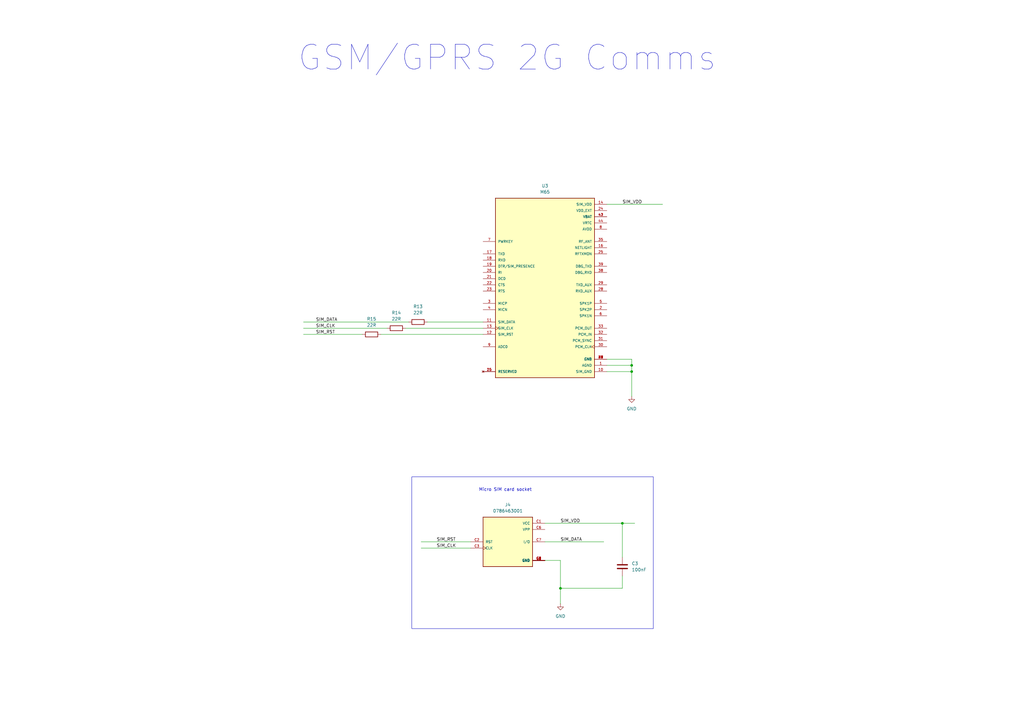
<source format=kicad_sch>
(kicad_sch (version 20250114) (generator "eeschema") (generator_version "9.0")
  (paper "A3")
  (lib_symbols
    (symbol "0786463001:0786463001" (pin_names (offset 1.016))
      (property "Reference" "J" (at -10.16 10.922 0))
      (property "Value" "0786463001" (at -10.16 -12.7 0))
      (symbol "0786463001_0_0"
        (rectangle (start -10.16 -10.16) (end 10.16 10.16) (stroke (width 0.254)) (fill (type background)))
        (pin input line (at -15.24 0 0) (length 5.08) (name "RST") (number "C2"))
        (pin input clock (at -15.24 -2.54 0) (length 5.08) (name "CLK") (number "C3"))
        (pin power_in line (at 15.24 7.62 180) (length 5.08) (name "VCC") (number "C1"))
        (pin power_in line (at 15.24 5.08 180) (length 5.08) (name "VPP") (number "C6"))
        (pin bidirectional line (at 15.24 0 180) (length 5.08) (name "I/O") (number "C7"))
        (pin power_in line (at 15.24 -7.62 180) (length 5.08) (name "GND") (number "C5"))
        (pin power_in line (at 15.24 -7.62 180) (length 5.08) (name "GND") (number "G1"))
        (pin power_in line (at 15.24 -7.62 180) (length 5.08) (name "GND") (number "G2"))
        (pin power_in line (at 15.24 -7.62 180) (length 5.08) (name "GND") (number "G3"))
        (pin power_in line (at 15.24 -7.62 180) (length 5.08) (name "GND") (number "G4"))
        (pin power_in line (at 15.24 -7.62 180) (length 5.08) (name "GND") (number "G5"))
        (pin power_in line (at 15.24 -7.62 180) (length 5.08) (name "GND") (number "G6"))
      )
    )
    (symbol "Device:C" (pin_numbers (hide yes)) (pin_names (offset 0.254))
      (property "Reference" "C" (at 0.635 2.54 0))
      (property "Value" "C" (at 0.635 -2.54 0))
      (symbol "C_0_1"
        (polyline (pts (xy -2.032 0.762) (xy 2.032 0.762)) (stroke (width 0.508)))
        (polyline (pts (xy -2.032 -0.762) (xy 2.032 -0.762)) (stroke (width 0.508)))
      )
      (symbol "C_1_1"
        (pin passive line (at 0 3.81 270) (length 2.794) (name "~") (number "1"))
        (pin passive line (at 0 -3.81 90) (length 2.794) (name "~") (number "2"))
      )
    )
    (symbol "Device:R" (pin_numbers (hide yes)) (pin_names (offset 0))
      (property "Reference" "R" (at 2.032 0 90))
      (property "Value" "R" (at 0 0 90))
      (symbol "R_0_1"
        (rectangle (start -1.016 -2.54) (end 1.016 2.54) (stroke (width 0.254)))
      )
      (symbol "R_1_1"
        (pin passive line (at 0 3.81 270) (length 1.27) (name "~") (number "1"))
        (pin passive line (at 0 -3.81 90) (length 1.27) (name "~") (number "2"))
      )
    )
    (symbol "M65:M65" (pin_names (offset 1.016))
      (property "Reference" "U" (at -20.32 40.64 0))
      (property "Value" "M65" (at -20.32 -38.1 0))
      (symbol "M65_0_0"
        (rectangle (start -20.32 -35.56) (end 20.32 38.1) (stroke (width 0.254)) (fill (type background)))
        (pin input line (at -25.4 20.32 0) (length 5.08) (name "PWRKEY") (number "7"))
        (pin output line (at -25.4 15.24 0) (length 5.08) (name "TXD") (number "17"))
        (pin input line (at -25.4 12.7 0) (length 5.08) (name "RXD") (number "18"))
        (pin input line (at -25.4 10.16 0) (length 5.08) (name "DTR/SIM_PRESENCE") (number "19"))
        (pin output line (at -25.4 7.62 0) (length 5.08) (name "RI") (number "20"))
        (pin output line (at -25.4 5.08 0) (length 5.08) (name "DCD") (number "21"))
        (pin output line (at -25.4 2.54 0) (length 5.08) (name "CTS") (number "22"))
        (pin input line (at -25.4 0 0) (length 5.08) (name "RTS") (number "23"))
        (pin input line (at -25.4 -5.08 0) (length 5.08) (name "MICP") (number "3"))
        (pin input line (at -25.4 -7.62 0) (length 5.08) (name "MICN") (number "4"))
        (pin bidirectional line (at -25.4 -12.7 0) (length 5.08) (name "SIM_DATA") (number "11"))
        (pin output clock (at -25.4 -15.24 0) (length 5.08) (name "SIM_CLK") (number "13"))
        (pin output line (at -25.4 -17.78 0) (length 5.08) (name "SIM_RST") (number "12"))
        (pin input line (at -25.4 -22.86 0) (length 5.08) (name "ADC0") (number "9"))
        (pin no_connect line (at -25.4 -33.02 0) (length 5.08) (name "RESERVED") (number "15"))
        (pin no_connect line (at -25.4 -33.02 0) (length 5.08) (name "RESERVED") (number "26"))
        (pin power_in line (at 25.4 35.56 180) (length 5.08) (name "SIM_VDD") (number "14"))
        (pin power_in line (at 25.4 33.02 180) (length 5.08) (name "VDD_EXT") (number "24"))
        (pin power_in line (at 25.4 30.48 180) (length 5.08) (name "VBAT") (number "42"))
        (pin power_in line (at 25.4 30.48 180) (length 5.08) (name "VBAT") (number "43"))
        (pin power_in line (at 25.4 27.94 180) (length 5.08) (name "VRTC") (number "44"))
        (pin power_in line (at 25.4 25.4 180) (length 5.08) (name "AVDD") (number "8"))
        (pin bidirectional line (at 25.4 20.32 180) (length 5.08) (name "RF_ANT") (number "35"))
        (pin output line (at 25.4 17.78 180) (length 5.08) (name "NETLIGHT") (number "16"))
        (pin output line (at 25.4 15.24 180) (length 5.08) (name "RFTXMON") (number "25"))
        (pin output line (at 25.4 10.16 180) (length 5.08) (name "DBG_TXD") (number "39"))
        (pin input line (at 25.4 7.62 180) (length 5.08) (name "DBG_RXD") (number "38"))
        (pin output line (at 25.4 2.54 180) (length 5.08) (name "TXD_AUX") (number "29"))
        (pin input line (at 25.4 0 180) (length 5.08) (name "RXD_AUX") (number "28"))
        (pin output line (at 25.4 -5.08 180) (length 5.08) (name "SPK1P") (number "5"))
        (pin output line (at 25.4 -7.62 180) (length 5.08) (name "SPK2P") (number "2"))
        (pin output line (at 25.4 -10.16 180) (length 5.08) (name "SPK1N") (number "6"))
        (pin output line (at 25.4 -15.24 180) (length 5.08) (name "PCM_OUT") (number "33"))
        (pin input line (at 25.4 -17.78 180) (length 5.08) (name "PCM_IN") (number "32"))
        (pin output line (at 25.4 -20.32 180) (length 5.08) (name "PCM_SYNC") (number "31"))
        (pin output clock (at 25.4 -22.86 180) (length 5.08) (name "PCM_CLK") (number "30"))
        (pin power_in line (at 25.4 -27.94 180) (length 5.08) (name "GND") (number "27"))
        (pin power_in line (at 25.4 -27.94 180) (length 5.08) (name "GND") (number "34"))
        (pin power_in line (at 25.4 -27.94 180) (length 5.08) (name "GND") (number "36"))
        (pin power_in line (at 25.4 -27.94 180) (length 5.08) (name "GND") (number "37"))
        (pin power_in line (at 25.4 -27.94 180) (length 5.08) (name "GND") (number "40"))
        (pin power_in line (at 25.4 -27.94 180) (length 5.08) (name "GND") (number "41"))
        (pin power_in line (at 25.4 -30.48 180) (length 5.08) (name "AGND") (number "1"))
        (pin power_in line (at 25.4 -33.02 180) (length 5.08) (name "SIM_GND") (number "10"))
      )
    )
    (symbol "power:GND" (power) (pin_numbers (hide yes)) (pin_names (offset 0) (hide yes))
      (property "Value" "GND" (at 0 -3.81 0))
      (symbol "GND_0_1"
        (polyline (pts (xy 0 0) (xy 0 -1.27) (xy 1.27 -1.27) (xy 0 -2.54) (xy -1.27 -1.27) (xy 0 -1.27)))
      )
      (symbol "GND_1_1"
        (pin power_in line (at 0 0 270) (length 0) (name "~") (number "1"))
      )
    )
  )
  (rectangle (start 168.91 195.58) (end 267.97 257.81))
  (text "Micro SIM card socket" (at 207.264 200.914 0) (effects (font (size 1.27 1.27))))
  (text "GSM/GPRS 2G Comms" (at 208.026 23.876 0) (effects (font (size 10.16 10.16))))
  (junction (at 259.08 149.86))
  (junction (at 229.87 241.3))
  (junction (at 259.08 152.4))
  (junction (at 255.27 214.63))
  (wire (pts (xy 229.87 241.3) (xy 229.87 247.65)))
  (wire (pts (xy 255.27 236.22) (xy 255.27 241.3)))
  (wire (pts (xy 248.92 147.32) (xy 259.08 147.32)))
  (wire (pts (xy 223.52 214.63) (xy 255.27 214.63)))
  (wire (pts (xy 248.92 83.82) (xy 271.78 83.82)))
  (wire (pts (xy 248.92 149.86) (xy 259.08 149.86)))
  (wire (pts (xy 156.21 137.16) (xy 198.12 137.16)))
  (wire (pts (xy 255.27 214.63) (xy 255.27 228.6)))
  (wire (pts (xy 223.52 229.87) (xy 229.87 229.87)))
  (wire (pts (xy 124.46 134.62) (xy 158.75 134.62)))
  (wire (pts (xy 259.08 152.4) (xy 259.08 162.56)))
  (wire (pts (xy 223.52 222.25) (xy 247.65 222.25)))
  (wire (pts (xy 124.46 132.08) (xy 167.64 132.08)))
  (wire (pts (xy 255.27 241.3) (xy 229.87 241.3)))
  (wire (pts (xy 255.27 214.63) (xy 260.35 214.63)))
  (wire (pts (xy 229.87 229.87) (xy 229.87 241.3)))
  (wire (pts (xy 166.37 134.62) (xy 198.12 134.62)))
  (wire (pts (xy 175.26 132.08) (xy 198.12 132.08)))
  (wire (pts (xy 172.72 222.25) (xy 193.04 222.25)))
  (wire (pts (xy 248.92 152.4) (xy 259.08 152.4)))
  (wire (pts (xy 259.08 149.86) (xy 259.08 152.4)))
  (wire (pts (xy 259.08 147.32) (xy 259.08 149.86)))
  (wire (pts (xy 124.46 137.16) (xy 148.59 137.16)))
  (wire (pts (xy 172.72 224.79) (xy 193.04 224.79)))
  (label "SIM_DATA" (at 229.87 222.25 0))
  (label "SIM_CLK" (at 129.54 134.62 0))
  (label "SIM_RST" (at 129.54 137.16 0))
  (label "SIM_VDD" (at 229.87 214.63 0))
  (label "SIM_CLK" (at 179.07 224.79 0))
  (label "SIM_RST" (at 179.07 222.25 0))
  (label "SIM_VDD" (at 255.27 83.82 0))
  (label "SIM_DATA" (at 129.54 132.08 0))
  (symbol (lib_id "M65:M65") (at 223.52 119.38 0) (unit 1)
    (property "Reference" "U3" (at 223.52 76.2 0))
    (property "Value" "M65" (at 223.52 78.74 0))
    (property "Footprint" "M65:XCVR_M65" (effects (hide yes)))
    (property "MF" "Quectel" (effects (hide yes)))
    (property "MAXIMUM_PACKAGE_HEIGHT" "2.60mm" (effects (hide yes)))
    (property "Package" "None" (effects (hide yes)))
    (property "Price" "None" (effects (hide yes)))
    (property "Check_prices" "https://www.snapeda.com/parts/M65/Quectel/view-part/?ref=eda" (effects (hide yes)))
    (property "STANDARD" "Manufacturer Recommendations" (effects (hide yes)))
    (property "PARTREV" "1.0" (effects (hide yes)))
    (property "SnapEDA_Link" "https://www.snapeda.com/parts/M65/Quectel/view-part/?ref=snap" (effects (hide yes)))
    (property "MP" "M65" (effects (hide yes)))
    (property "Description_1" "\nQuad-band GSM/GPRS module; 17.7mm 15.8mm 2.4mm; 1.1g; Max. data rate: 85.6Kbps; SMT form factor; LCC castellation packaging; Extended temperature range of -40C to +85C.\n" (effects (hide yes)))
    (property "MANUFACTURER" "Quectel" (effects (hide yes)))
    (property "Availability" "Not in stock" (effects (hide yes)))
    (property "SNAPEDA_PN" "M65" (effects (hide yes)))
  )
  (symbol (lib_id "power:GND") (at 259.08 162.56 0) (unit 1)
    (property "Reference" "#PWR015" (effects (hide yes)))
    (property "Value" "GND" (at 259.08 167.64 0))
    (property "Description" "Power symbol creates a global label with name \"GND\" , ground" (effects (hide yes)))
  )
  (symbol (lib_id "Device:R") (at 162.56 134.62 90) (unit 1)
    (property "Reference" "R14" (at 162.56 128.27 90))
    (property "Value" "22R" (at 162.56 130.81 90))
    (property "Footprint" "Resistor_SMD:R_0402_1005Metric" (effects (hide yes)))
    (property "Description" "Resistor" (effects (hide yes)))
  )
  (symbol (lib_id "Device:R") (at 152.4 137.16 90) (unit 1)
    (property "Reference" "R15" (at 152.4 130.81 90))
    (property "Value" "22R" (at 152.4 133.35 90))
    (property "Footprint" "Resistor_SMD:R_0402_1005Metric" (effects (hide yes)))
    (property "Description" "Resistor" (effects (hide yes)))
  )
  (symbol (lib_id "Device:C") (at 255.27 232.41 0) (unit 1)
    (property "Reference" "C3" (at 259.08 231.1399 0) (effects (justify left)))
    (property "Value" "100nF" (at 259.08 233.6799 0) (effects (justify left)))
    (property "Footprint" "Capacitor_SMD:C_0402_1005Metric" (effects (hide yes)))
    (property "Description" "Unpolarized capacitor" (effects (hide yes)))
  )
  (symbol (lib_id "power:GND") (at 229.87 247.65 0) (unit 1)
    (property "Reference" "#PWR025" (effects (hide yes)))
    (property "Value" "GND" (at 229.87 252.73 0))
    (property "Description" "Power symbol creates a global label with name \"GND\" , ground" (effects (hide yes)))
  )
  (symbol (lib_id "Device:R") (at 171.45 132.08 90) (unit 1)
    (property "Reference" "R13" (at 171.45 125.73 90))
    (property "Value" "22R" (at 171.45 128.27 90))
    (property "Footprint" "Resistor_SMD:R_0402_1005Metric" (effects (hide yes)))
    (property "Description" "Resistor" (effects (hide yes)))
  )
  (symbol (lib_id "0786463001:0786463001") (at 208.28 222.25 0) (unit 1)
    (property "Reference" "J4" (at 208.28 207.01 0))
    (property "Value" "0786463001" (at 208.28 209.55 0))
    (property "Footprint" "0786463001:MOLEX_0786463001" (effects (hide yes)))
    (property "MF" "Molex" (effects (hide yes)))
    (property "MAXIMUM_PACKAGE_HEIGHT" "1.55 mm" (effects (hide yes)))
    (property "Package" "None" (effects (hide yes)))
    (property "Price" "None" (effects (hide yes)))
    (property "Check_prices" "https://www.snapeda.com/parts/0786463001/Molex/view-part/?ref=eda" (effects (hide yes)))
    (property "STANDARD" "Manufacturer Recommendations" (effects (hide yes)))
    (property "PARTREV" "C1" (effects (hide yes)))
    (property "SnapEDA_Link" "https://www.snapeda.com/parts/0786463001/Molex/view-part/?ref=snap" (effects (hide yes)))
    (property "MP" "0786463001" (effects (hide yes)))
    (property "Purchase-URL" "https://www.snapeda.com/api/url_track_click_mouser/?unipart_id=555438&manufacturer=Molex&part_name=0786463001&search_term=micro sim" (effects (hide yes)))
    (property "Description_1" "\n6 Position Card Connector Micro SIM Surface Mount, Right Angle Gold\n" (effects (hide yes)))
    (property "MANUFACTURER" "Molex" (effects (hide yes)))
    (property "Availability" "In Stock" (effects (hide yes)))
    (property "SNAPEDA_PN" "0786463001" (effects (hide yes)))
  )
)
</source>
